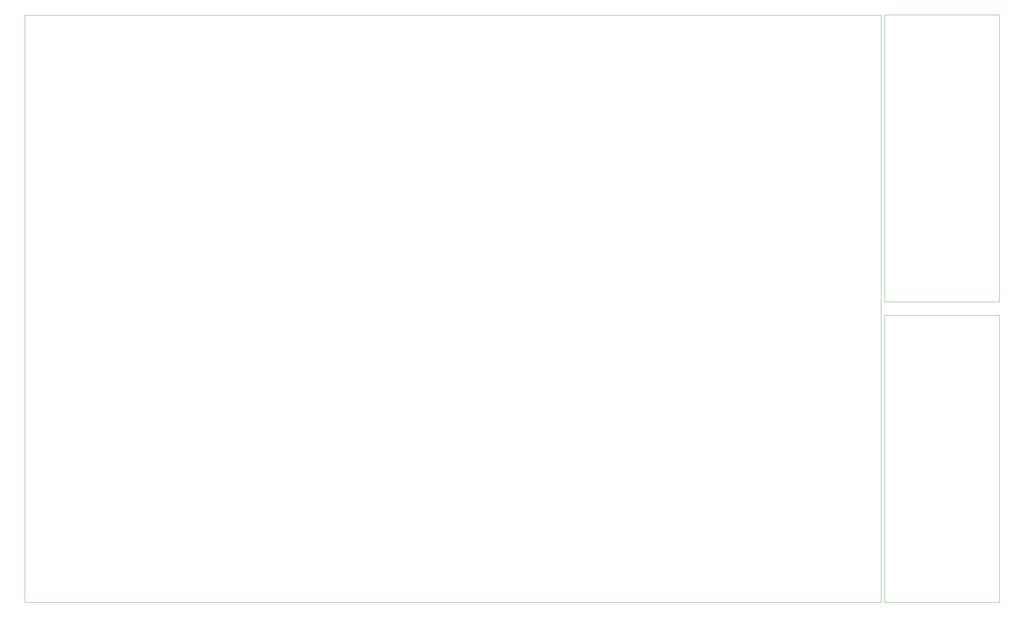
<source format=gbr>
%TF.GenerationSoftware,KiCad,Pcbnew,(7.0.0)*%
%TF.CreationDate,2024-10-14T13:46:47+03:30*%
%TF.ProjectId,tester,74657374-6572-42e6-9b69-6361645f7063,rev?*%
%TF.SameCoordinates,Original*%
%TF.FileFunction,Profile,NP*%
%FSLAX46Y46*%
G04 Gerber Fmt 4.6, Leading zero omitted, Abs format (unit mm)*
G04 Created by KiCad (PCBNEW (7.0.0)) date 2024-10-14 13:46:47*
%MOMM*%
%LPD*%
G01*
G04 APERTURE LIST*
%TA.AperFunction,Profile*%
%ADD10C,0.100000*%
%TD*%
G04 APERTURE END LIST*
D10*
X271470000Y-87310000D02*
X271470000Y-161080000D01*
X242000000Y-161080000D02*
X242000000Y-87310000D01*
X242000000Y-87310000D02*
X271470000Y-87310000D01*
X271470000Y-161080000D02*
X242040000Y-161080000D01*
X271470000Y-9990000D02*
X271470000Y-83760000D01*
X242000000Y-83760000D02*
X242000000Y-9990000D01*
X242000000Y-9990000D02*
X271470000Y-9990000D01*
X271470000Y-83760000D02*
X242040000Y-83760000D01*
X241040000Y-10060000D02*
X241040000Y-161060000D01*
X21040000Y-161060000D02*
X21040000Y-10060000D01*
X21040000Y-161060000D02*
X241040000Y-161060000D01*
X241040000Y-10060000D02*
X21040000Y-10060000D01*
M02*

</source>
